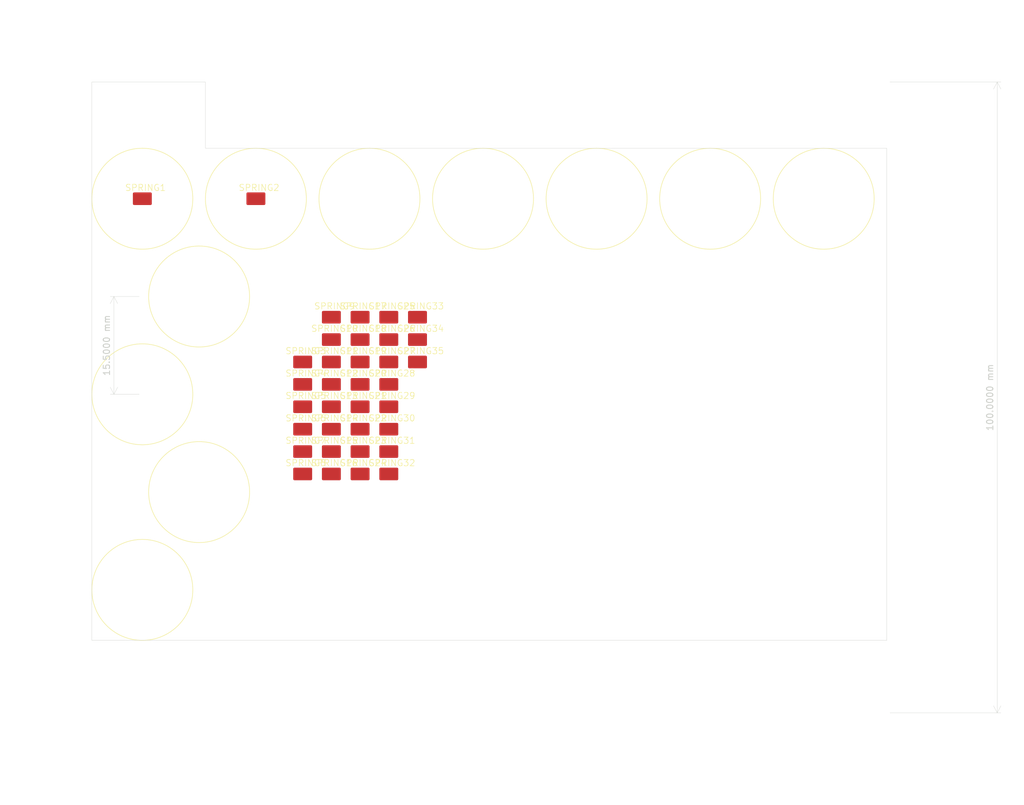
<source format=kicad_pcb>
(kicad_pcb (version 20240108) (generator "pcbnew") (generator_version "8.0")
  (layers (0 "F.Cu" signal) (31 "B.Cu" signal) (34 "B.Paste" user) (35 "F.Paste" user) (36 "B.SilkS" user "B.Silkscreen") (37 "F.SilkS" user "F.Silkscreen") (38 "B.Mask" user) (39 "F.Mask" user) (44 "Edge.Cuts" user))
  (net 0 "")
  (net 1 "Net-(F3-Pad2)")
  (net 2 "Net-(F1-Pad2)")
  (net 3 "Net-(F2-Pad2)")
  (footprint "spring_tab:spring_tab" (layer "F.Cu") (at 50.463 67.027)
    (property "Reference" "SPRING14" (at 0 -1.75 0) (layer "F.SilkS") (effects (font (thickness 0.1))))
    (property "Value" "spring_tab" (hide yes))
    (pad "1" smd roundrect (at -0.5 0) (size 3 2) (layers "F.Cu" "F.Paste" "F.Mask") (roundrect_rratio 0.1) (net 2 "Net-(F1-Pad2)"))
  )
  (footprint "spring_tab:spring_tab" (layer "F.Cu") (at 64.113 49.277)
    (property "Reference" "SPRING33" (at 0 -1.75 0) (layer "F.SilkS") (effects (font (thickness 0.1))))
    (property "Value" "spring_tab" (hide yes))
    (pad "1" smd roundrect (at -0.5 0) (size 3 2) (layers "F.Cu" "F.Paste" "F.Mask") (roundrect_rratio 0.1) (net 3 "Net-(F2-Pad2)"))
  )
  (footprint "spring_tab:spring_tab" (layer "F.Cu") (at 59.563 70.577)
    (property "Reference" "SPRING31" (at 0 -1.75 0) (layer "F.SilkS") (effects (font (thickness 0.1))))
    (property "Value" "spring_tab" (hide yes))
    (pad "1" smd roundrect (at -0.5 0) (size 3 2) (layers "F.Cu" "F.Paste" "F.Mask") (roundrect_rratio 0.1) (net 3 "Net-(F2-Pad2)"))
  )
  (footprint "spring_tab:spring_tab" (layer "F.Cu") (at 45.913 67.027)
    (property "Reference" "SPRING6" (at 0 -1.75 0) (layer "F.SilkS") (effects (font (thickness 0.1))))
    (property "Value" "spring_tab" (hide yes))
    (pad "1" smd roundrect (at -0.5 0) (size 3 2) (layers "F.Cu" "F.Paste" "F.Mask") (roundrect_rratio 0.1) (net 1 "Net-(F3-Pad2)"))
  )
  (footprint "spring_tab:spring_tab" (layer "F.Cu") (at 59.563 67.027)
    (property "Reference" "SPRING30" (at 0 -1.75 0) (layer "F.SilkS") (effects (font (thickness 0.1))))
    (property "Value" "spring_tab" (hide yes))
    (pad "1" smd roundrect (at -0.5 0) (size 3 2) (layers "F.Cu" "F.Paste" "F.Mask") (roundrect_rratio 0.1) (net 3 "Net-(F2-Pad2)"))
  )
  (footprint "spring_tab:spring_tab" (layer "F.Cu") (at 55.013 67.027)
    (property "Reference" "SPRING22" (at 0 -1.75 0) (layer "F.SilkS") (effects (font (thickness 0.1))))
    (property "Value" "spring_tab" (hide yes))
    (pad "1" smd roundrect (at -0.5 0) (size 3 2) (layers "F.Cu" "F.Paste" "F.Mask") (roundrect_rratio 0.1) (net 3 "Net-(F2-Pad2)"))
  )
  (footprint "spring_tab:spring_tab" (layer "F.Cu") (at 55.013 74.127)
    (property "Reference" "SPRING24" (at 0 -1.75 0) (layer "F.SilkS") (effects (font (thickness 0.1))))
    (property "Value" "spring_tab" (hide yes))
    (pad "1" smd roundrect (at -0.5 0) (size 3 2) (layers "F.Cu" "F.Paste" "F.Mask") (roundrect_rratio 0.1) (net 3 "Net-(F2-Pad2)"))
  )
  (footprint "spring_tab:spring_tab" (layer "F.Cu") (at 45.913 56.377)
    (property "Reference" "SPRING3" (at 0 -1.75 0) (layer "F.SilkS") (effects (font (thickness 0.1))))
    (property "Value" "spring_tab" (hide yes))
    (pad "1" smd roundrect (at -0.5 0) (size 3 2) (layers "F.Cu" "F.Paste" "F.Mask") (roundrect_rratio 0.1) (net 1 "Net-(F3-Pad2)"))
  )
  (footprint "spring_tab:spring_tab" (layer "F.Cu") (at 45.913 74.127)
    (property "Reference" "SPRING8" (at 0 -1.75 0) (layer "F.SilkS") (effects (font (thickness 0.1))))
    (property "Value" "spring_tab" (hide yes))
    (pad "1" smd roundrect (at -0.5 0) (size 3 2) (layers "F.Cu" "F.Paste" "F.Mask") (roundrect_rratio 0.1) (net 2 "Net-(F1-Pad2)"))
  )
  (footprint "spring_tab:spring_tab" (layer "F.Cu") (at 45.913 70.577)
    (property "Reference" "SPRING7" (at 0 -1.75 0) (layer "F.SilkS") (effects (font (thickness 0.1))))
    (property "Value" "spring_tab" (hide yes))
    (pad "1" smd roundrect (at -0.5 0) (size 3 2) (layers "F.Cu" "F.Paste" "F.Mask") (roundrect_rratio 0.1) (net 1 "Net-(F3-Pad2)"))
  )
  (footprint "spring_tab:spring_tab" (layer "F.Cu") (at 64.113 52.827)
    (property "Reference" "SPRING34" (at 0 -1.75 0) (layer "F.SilkS") (effects (font (thickness 0.1))))
    (property "Value" "spring_tab" (hide yes))
    (pad "1" smd roundrect (at -0.5 0) (size 3 2) (layers "F.Cu" "F.Paste" "F.Mask") (roundrect_rratio 0.1) (net 3 "Net-(F2-Pad2)"))
  )
  (footprint "spring_tab:spring_tab" (layer "F.Cu") (at 64.113 56.377)
    (property "Reference" "SPRING35" (at 0 -1.75 0) (layer "F.SilkS") (effects (font (thickness 0.1))))
    (property "Value" "spring_tab" (hide yes))
    (pad "1" smd roundrect (at -0.5 0) (size 3 2) (layers "F.Cu" "F.Paste" "F.Mask") (roundrect_rratio 0.1) (net 3 "Net-(F2-Pad2)"))
  )
  (footprint "spring_tab:spring_tab" (layer "F.Cu") (at 59.563 63.477)
    (property "Reference" "SPRING29" (at 0 -1.75 0) (layer "F.SilkS") (effects (font (thickness 0.1))))
    (property "Value" "spring_tab" (hide yes))
    (pad "1" smd roundrect (at -0.5 0) (size 3 2) (layers "F.Cu" "F.Paste" "F.Mask") (roundrect_rratio 0.1) (net 3 "Net-(F2-Pad2)"))
  )
  (footprint "spring_tab:spring_tab" (layer "F.Cu") (at 50.463 49.277)
    (property "Reference" "SPRING9" (at 0 -1.75 0) (layer "F.SilkS") (effects (font (thickness 0.1))))
    (property "Value" "spring_tab" (hide yes))
    (pad "1" smd roundrect (at -0.5 0) (size 3 2) (layers "F.Cu" "F.Paste" "F.Mask") (roundrect_rratio 0.1) (net 2 "Net-(F1-Pad2)"))
  )
  (footprint "spring_tab:spring_tab" (layer "F.Cu") (at 50.463 63.477)
    (property "Reference" "SPRING13" (at 0 -1.75 0) (layer "F.SilkS") (effects (font (thickness 0.1))))
    (property "Value" "spring_tab" (hide yes))
    (pad "1" smd roundrect (at -0.5 0) (size 3 2) (layers "F.Cu" "F.Paste" "F.Mask") (roundrect_rratio 0.1) (net 2 "Net-(F1-Pad2)"))
  )
  (footprint "spring_tab:spring_tab" (layer "F.Cu") (at 55.013 59.927)
    (property "Reference" "SPRING20" (at 0 -1.75 0) (layer "F.SilkS") (effects (font (thickness 0.1))))
    (property "Value" "spring_tab" (hide yes))
    (pad "1" smd roundrect (at -0.5 0) (size 3 2) (layers "F.Cu" "F.Paste" "F.Mask") (roundrect_rratio 0.1) (net 3 "Net-(F2-Pad2)"))
  )
  (footprint "spring_tab:spring_tab" (layer "F.Cu") (at 45.913 59.927)
    (property "Reference" "SPRING4" (at 0 -1.75 0) (layer "F.SilkS") (effects (font (thickness 0.1))))
    (property "Value" "spring_tab" (hide yes))
    (pad "1" smd roundrect (at -0.5 0) (size 3 2) (layers "F.Cu" "F.Paste" "F.Mask") (roundrect_rratio 0.1) (net 1 "Net-(F3-Pad2)"))
  )
  (footprint "spring_tab:spring_tab" (layer "F.Cu") (at 55.013 70.577)
    (property "Reference" "SPRING23" (at 0 -1.75 0) (layer "F.SilkS") (effects (font (thickness 0.1))))
    (property "Value" "spring_tab" (hide yes))
    (pad "1" smd roundrect (at -0.5 0) (size 3 2) (layers "F.Cu" "F.Paste" "F.Mask") (roundrect_rratio 0.1) (net 2 "Net-(F1-Pad2)"))
  )
  (footprint "spring_tab:spring_tab" (layer "F.Cu") (at 20.5 30.5)
    (property "Reference" "SPRING1" (at 0 -1.75 0) (layer "F.SilkS") (effects (font (thickness 0.1))))
    (property "Value" "spring_tab" (hide yes))
    (pad "1" smd roundrect (at -0.5 0) (size 3 2) (layers "F.Cu" "F.Paste" "F.Mask") (roundrect_rratio 0.1) (net 1 "Net-(F3-Pad2)"))
  )
  (footprint "spring_tab:spring_tab" (layer "F.Cu") (at 55.013 63.477)
    (property "Reference" "SPRING21" (at 0 -1.75 0) (layer "F.SilkS") (effects (font (thickness 0.1))))
    (property "Value" "spring_tab" (hide yes))
    (pad "1" smd roundrect (at -0.5 0) (size 3 2) (layers "F.Cu" "F.Paste" "F.Mask") (roundrect_rratio 0.1) (net 2 "Net-(F1-Pad2)"))
  )
  (footprint "spring_tab:spring_tab" (layer "F.Cu") (at 38.5 30.5)
    (property "Reference" "SPRING2" (at 0 -1.75 0) (layer "F.SilkS") (effects (font (thickness 0.1))))
    (property "Value" "spring_tab" (hide yes))
    (pad "1" smd roundrect (at -0.5 0) (size 3 2) (layers "F.Cu" "F.Paste" "F.Mask") (roundrect_rratio 0.1) (net 1 "Net-(F3-Pad2)"))
  )
  (footprint "spring_tab:spring_tab" (layer "F.Cu") (at 59.563 74.127)
    (property "Reference" "SPRING32" (at 0 -1.75 0) (layer "F.SilkS") (effects (font (thickness 0.1))))
    (property "Value" "spring_tab" (hide yes))
    (pad "1" smd roundrect (at -0.5 0) (size 3 2) (layers "F.Cu" "F.Paste" "F.Mask") (roundrect_rratio 0.1) (net 3 "Net-(F2-Pad2)"))
  )
  (footprint "spring_tab:spring_tab" (layer "F.Cu") (at 59.563 59.927)
    (property "Reference" "SPRING28" (at 0 -1.75 0) (layer "F.SilkS") (effects (font (thickness 0.1))))
    (property "Value" "spring_tab" (hide yes))
    (pad "1" smd roundrect (at -0.5 0) (size 3 2) (layers "F.Cu" "F.Paste" "F.Mask") (roundrect_rratio 0.1) (net 3 "Net-(F2-Pad2)"))
  )
  (footprint "spring_tab:spring_tab" (layer "F.Cu") (at 59.563 49.277)
    (property "Reference" "SPRING25" (at 0 -1.75 0) (layer "F.SilkS") (effects (font (thickness 0.1))))
    (property "Value" "spring_tab" (hide yes))
    (pad "1" smd roundrect (at -0.5 0) (size 3 2) (layers "F.Cu" "F.Paste" "F.Mask") (roundrect_rratio 0.1) (net 2 "Net-(F1-Pad2)"))
  )
  (footprint "spring_tab:spring_tab" (layer "F.Cu") (at 50.463 59.927)
    (property "Reference" "SPRING12" (at 0 -1.75 0) (layer "F.SilkS") (effects (font (thickness 0.1))))
    (property "Value" "spring_tab" (hide yes))
    (pad "1" smd roundrect (at -0.5 0) (size 3 2) (layers "F.Cu" "F.Paste" "F.Mask") (roundrect_rratio 0.1) (net 2 "Net-(F1-Pad2)"))
  )
  (footprint "spring_tab:spring_tab" (layer "F.Cu") (at 55.013 49.277)
    (property "Reference" "SPRING17" (at 0 -1.75 0) (layer "F.SilkS") (effects (font (thickness 0.1))))
    (property "Value" "spring_tab" (hide yes))
    (pad "1" smd roundrect (at -0.5 0) (size 3 2) (layers "F.Cu" "F.Paste" "F.Mask") (roundrect_rratio 0.1) (net 2 "Net-(F1-Pad2)"))
  )
  (footprint "spring_tab:spring_tab" (layer "F.Cu") (at 55.013 52.827)
    (property "Reference" "SPRING18" (at 0 -1.75 0) (layer "F.SilkS") (effects (font (thickness 0.1))))
    (property "Value" "spring_tab" (hide yes))
    (pad "1" smd roundrect (at -0.5 0) (size 3 2) (layers "F.Cu" "F.Paste" "F.Mask") (roundrect_rratio 0.1) (net 3 "Net-(F2-Pad2)"))
  )
  (footprint "spring_tab:spring_tab" (layer "F.Cu") (at 50.463 52.827)
    (property "Reference" "SPRING10" (at 0 -1.75 0) (layer "F.SilkS") (effects (font (thickness 0.1))))
    (property "Value" "spring_tab" (hide yes))
    (pad "1" smd roundrect (at -0.5 0) (size 3 2) (layers "F.Cu" "F.Paste" "F.Mask") (roundrect_rratio 0.1) (net 2 "Net-(F1-Pad2)"))
  )
  (footprint "spring_tab:spring_tab" (layer "F.Cu") (at 50.463 74.127)
    (property "Reference" "SPRING16" (at 0 -1.75 0) (layer "F.SilkS") (effects (font (thickness 0.1))))
    (property "Value" "spring_tab" (hide yes))
    (pad "1" smd roundrect (at -0.5 0) (size 3 2) (layers "F.Cu" "F.Paste" "F.Mask") (roundrect_rratio 0.1) (net 3 "Net-(F2-Pad2)"))
  )
  (footprint "spring_tab:spring_tab" (layer "F.Cu") (at 45.913 63.477)
    (property "Reference" "SPRING5" (at 0 -1.75 0) (layer "F.SilkS") (effects (font (thickness 0.1))))
    (property "Value" "spring_tab" (hide yes))
    (pad "1" smd roundrect (at -0.5 0) (size 3 2) (layers "F.Cu" "F.Paste" "F.Mask") (roundrect_rratio 0.1) (net 1 "Net-(F3-Pad2)"))
  )
  (footprint "spring_tab:spring_tab" (layer "F.Cu") (at 59.563 52.827)
    (property "Reference" "SPRING26" (at 0 -1.75 0) (layer "F.SilkS") (effects (font (thickness 0.1))))
    (property "Value" "spring_tab" (hide yes))
    (pad "1" smd roundrect (at -0.5 0) (size 3 2) (layers "F.Cu" "F.Paste" "F.Mask") (roundrect_rratio 0.1) (net 3 "Net-(F2-Pad2)"))
  )
  (footprint "spring_tab:spring_tab" (layer "F.Cu") (at 50.463 70.577)
    (property "Reference" "SPRING15" (at 0 -1.75 0) (layer "F.SilkS") (effects (font (thickness 0.1))))
    (property "Value" "spring_tab" (hide yes))
    (pad "1" smd roundrect (at -0.5 0) (size 3 2) (layers "F.Cu" "F.Paste" "F.Mask") (roundrect_rratio 0.1) (net 2 "Net-(F1-Pad2)"))
  )
  (footprint "spring_tab:spring_tab" (layer "F.Cu") (at 59.563 56.377)
    (property "Reference" "SPRING27" (at 0 -1.75 0) (layer "F.SilkS") (effects (font (thickness 0.1))))
    (property "Value" "spring_tab" (hide yes))
    (pad "1" smd roundrect (at -0.5 0) (size 3 2) (layers "F.Cu" "F.Paste" "F.Mask") (roundrect_rratio 0.1) (net 2 "Net-(F1-Pad2)"))
  )
  (footprint "spring_tab:spring_tab" (layer "F.Cu") (at 50.463 56.377)
    (property "Reference" "SPRING11" (at 0 -1.75 0) (layer "F.SilkS") (effects (font (thickness 0.1))))
    (property "Value" "spring_tab" (hide yes))
    (pad "1" smd roundrect (at -0.5 0) (size 3 2) (layers "F.Cu" "F.Paste" "F.Mask") (roundrect_rratio 0.1) (net 2 "Net-(F1-Pad2)"))
  )
  (footprint "spring_tab:spring_tab" (layer "F.Cu") (at 55.013 56.377)
    (property "Reference" "SPRING19" (at 0 -1.75 0) (layer "F.SilkS") (effects (font (thickness 0.1))))
    (property "Value" "spring_tab" (hide yes))
    (pad "1" smd roundrect (at -0.5 0) (size 3 2) (layers "F.Cu" "F.Paste" "F.Mask") (roundrect_rratio 0.1) (net 2 "Net-(F1-Pad2)"))
  )
  (gr_circle (center 92 30.5) (end 100 30.5) (stroke (width 0.1)) (fill none) (layer "F.SilkS"))
  (gr_circle (center 56 30.5) (end 64 30.5) (stroke (width 0.1)) (fill none) (layer "F.SilkS"))
  (gr_circle (center 20 92.5) (end 28 92.5) (stroke (width 0.1)) (fill none) (layer "F.SilkS"))
  (gr_circle (center 74 30.5) (end 82 30.5) (stroke (width 0.1)) (fill none) (layer "F.SilkS"))
  (gr_circle (center 110 30.5) (end 118 30.5) (stroke (width 0.1)) (fill none) (layer "F.SilkS"))
  (gr_circle (center 128 30.5) (end 136 30.5) (stroke (width 0.1)) (fill none) (layer "F.SilkS"))
  (gr_circle (center 29 77) (end 37 77) (stroke (width 0.1)) (fill none) (layer "F.SilkS"))
  (gr_circle (center 29 46) (end 37 46) (stroke (width 0.1)) (fill none) (layer "F.SilkS"))
  (gr_circle (center 38 30.5) (end 46 30.5) (stroke (width 0.1)) (fill none) (layer "F.SilkS"))
  (gr_circle (center 20 61.5) (end 28 61.5) (stroke (width 0.1)) (fill none) (layer "F.SilkS"))
  (gr_circle (center 20 30.5) (end 28 30.5) (stroke (width 0.1)) (fill none) (layer "F.SilkS"))
  (gr_poly (pts (xy 12 12) (xy 30 12) (xy 30 22.5) (xy 138 22.5) (xy 138 100.5) (xy 12 100.5)) (stroke (width 0.05)) (fill none) (layer "Edge.Cuts"))
  (dimension (type aligned) (layer "Edge.Cuts") (pts (xy 138 112) (xy 138 12)) (height 17.5) (gr_text "100.0000 mm" (at 154.35 62 90) (layer "Edge.Cuts") (effects (font (size 1 1) (thickness 0.15)))) (format (prefix "") (suffix "") (units 3) (units_format 1) (precision 4)) (style (thickness 0.05) (arrow_length 1.27) (text_position_mode 0) (extension_height 0.58642) (extension_offset 0.5) keep_text_aligned))
  (dimension (type aligned) (layer "Edge.Cuts") (pts (xy 20 61.5) (xy 20 46)) (height -4.5) (gr_text "15.5000 mm" (at 14.35 53.75 90) (layer "Edge.Cuts") (effects (font (size 1 1) (thickness 0.15)))) (format (prefix "") (suffix "") (units 3) (units_format 1) (precision 4)) (style (thickness 0.05) (arrow_length 1.27) (text_position_mode 0) (extension_height 0.58642) (extension_offset 0.5) keep_text_aligned))
)
</source>
